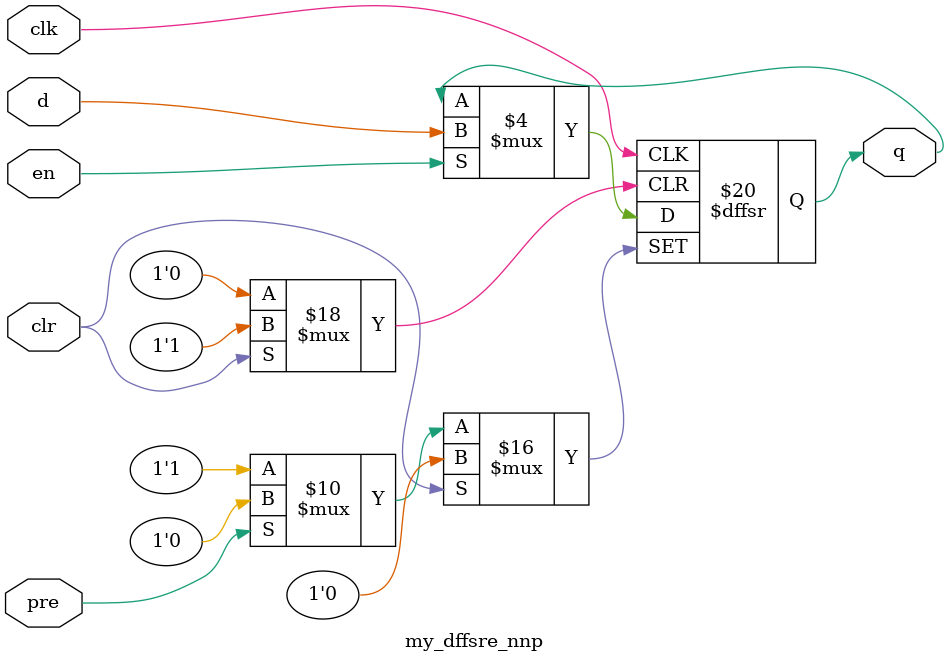
<source format=v>
module my_dffsre_nnp (
    input d,
    clk,
    pre,
    clr,
    en,
    output reg q
);
  initial q <= 1'b0;
  always @(negedge clk or negedge pre or posedge clr)
    if (!pre) q <= 1'b1;
    else if (clr) q <= 1'b0;
    else if (en) q <= d;
endmodule
</source>
